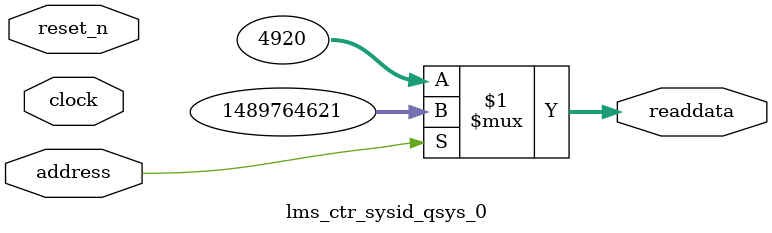
<source format=v>



// synthesis translate_off
`timescale 1ns / 1ps
// synthesis translate_on

// turn off superfluous verilog processor warnings 
// altera message_level Level1 
// altera message_off 10034 10035 10036 10037 10230 10240 10030 

module lms_ctr_sysid_qsys_0 (
               // inputs:
                address,
                clock,
                reset_n,

               // outputs:
                readdata
             )
;

  output  [ 31: 0] readdata;
  input            address;
  input            clock;
  input            reset_n;

  wire    [ 31: 0] readdata;
  //control_slave, which is an e_avalon_slave
  assign readdata = address ? 1489764621 : 4920;

endmodule




</source>
